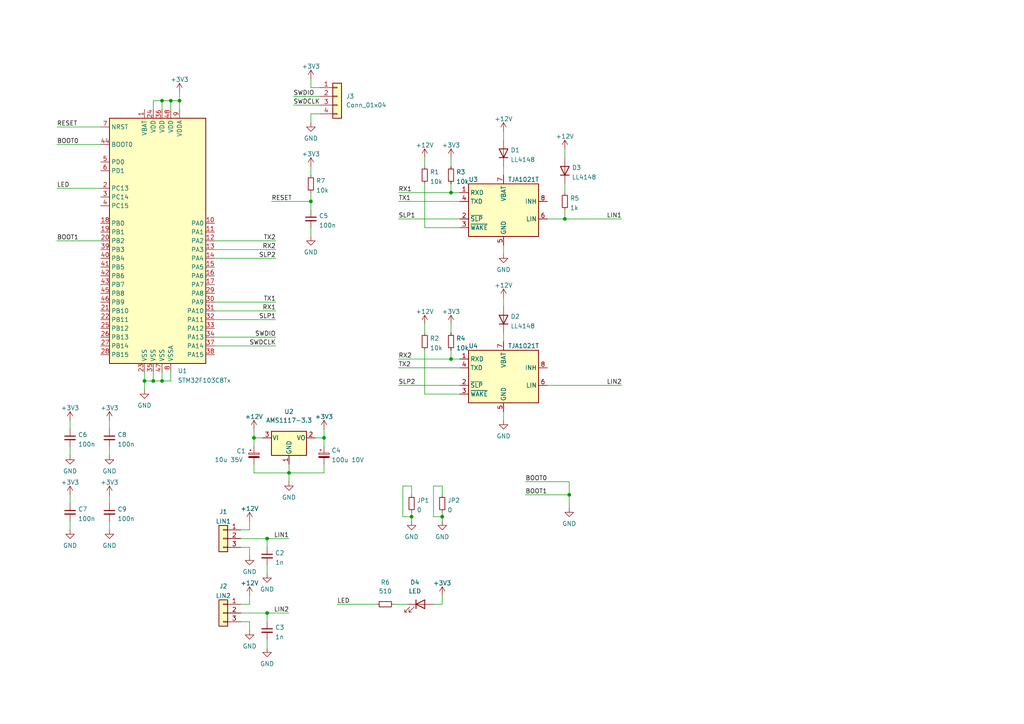
<source format=kicad_sch>
(kicad_sch (version 20211123) (generator eeschema)
  (paper "A4")
  (lib_symbols
    (symbol "Connector_Generic:Conn_01x03" (pin_names (offset 1.016) hide)
      (property "Reference" "J" (at 0 5.08 0))
      (property "Value" "Conn_01x03" (at 0 -5.08 0))
      (symbol "Conn_01x03_1_1"
        (rectangle (start -1.27 -2.413) (end 0 -2.667) (stroke (width 0.1524)))
        (rectangle (start -1.27 0.127) (end 0 -0.127) (stroke (width 0.1524)))
        (rectangle (start -1.27 2.667) (end 0 2.413) (stroke (width 0.1524)))
        (rectangle (start -1.27 3.81) (end 1.27 -3.81) (stroke (width 0.254)) (fill (type background)))
        (pin passive line (at -5.08 2.54 0) (length 3.81) (name "Pin_1") (number "1"))
        (pin passive line (at -5.08 0 0) (length 3.81) (name "Pin_2") (number "2"))
        (pin passive line (at -5.08 -2.54 0) (length 3.81) (name "Pin_3") (number "3"))
      )
    )
    (symbol "Connector_Generic:Conn_01x04" (pin_names (offset 1.016) hide)
      (property "Reference" "J" (at 0 5.08 0))
      (property "Value" "Conn_01x04" (at 0 -7.62 0))
      (symbol "Conn_01x04_1_1"
        (rectangle (start -1.27 -4.953) (end 0 -5.207) (stroke (width 0.1524)))
        (rectangle (start -1.27 -2.413) (end 0 -2.667) (stroke (width 0.1524)))
        (rectangle (start -1.27 0.127) (end 0 -0.127) (stroke (width 0.1524)))
        (rectangle (start -1.27 2.667) (end 0 2.413) (stroke (width 0.1524)))
        (rectangle (start -1.27 3.81) (end 1.27 -6.35) (stroke (width 0.254)) (fill (type background)))
        (pin passive line (at -5.08 2.54 0) (length 3.81) (name "Pin_1") (number "1"))
        (pin passive line (at -5.08 0 0) (length 3.81) (name "Pin_2") (number "2"))
        (pin passive line (at -5.08 -2.54 0) (length 3.81) (name "Pin_3") (number "3"))
        (pin passive line (at -5.08 -5.08 0) (length 3.81) (name "Pin_4") (number "4"))
      )
    )
    (symbol "Device:C_Polarized_Small" (pin_numbers hide) (pin_names (offset 0.254) hide)
      (property "Reference" "C" (at 0.254 1.778 0))
      (property "Value" "C_Polarized_Small" (at 0.254 -2.032 0))
      (symbol "C_Polarized_Small_0_1"
        (rectangle (start -1.524 -0.3048) (end 1.524 -0.6858) (fill (type outline)))
        (rectangle (start -1.524 0.6858) (end 1.524 0.3048))
        (polyline (pts (xy -1.27 1.524) (xy -0.762 1.524)))
        (polyline (pts (xy -1.016 1.27) (xy -1.016 1.778)))
      )
      (symbol "C_Polarized_Small_1_1"
        (pin passive line (at 0 2.54 270) (length 1.8542) (name "~") (number "1"))
        (pin passive line (at 0 -2.54 90) (length 1.8542) (name "~") (number "2"))
      )
    )
    (symbol "Device:C_Small" (pin_numbers hide) (pin_names (offset 0.254) hide)
      (property "Reference" "C" (at 0.254 1.778 0))
      (property "Value" "C_Small" (at 0.254 -2.032 0))
      (symbol "C_Small_0_1"
        (polyline (pts (xy -1.524 -0.508) (xy 1.524 -0.508)) (stroke (width 0.3302)))
        (polyline (pts (xy -1.524 0.508) (xy 1.524 0.508)) (stroke (width 0.3048)))
      )
      (symbol "C_Small_1_1"
        (pin passive line (at 0 2.54 270) (length 2.032) (name "~") (number "1"))
        (pin passive line (at 0 -2.54 90) (length 2.032) (name "~") (number "2"))
      )
    )
    (symbol "Device:LED" (pin_numbers hide) (pin_names (offset 1.016) hide)
      (property "Reference" "D" (at 0 2.54 0))
      (property "Value" "LED" (at 0 -2.54 0))
      (symbol "LED_0_1"
        (polyline (pts (xy -1.27 -1.27) (xy -1.27 1.27)) (stroke (width 0.254)))
        (polyline (pts (xy -1.27 0) (xy 1.27 0)))
        (polyline (pts (xy 1.27 -1.27) (xy 1.27 1.27) (xy -1.27 0) (xy 1.27 -1.27)) (stroke (width 0.254)))
        (polyline (pts (xy -3.048 -0.762) (xy -4.572 -2.286) (xy -3.81 -2.286) (xy -4.572 -2.286) (xy -4.572 -1.524)))
        (polyline (pts (xy -1.778 -0.762) (xy -3.302 -2.286) (xy -2.54 -2.286) (xy -3.302 -2.286) (xy -3.302 -1.524)))
      )
      (symbol "LED_1_1"
        (pin passive line (at -3.81 0 0) (length 2.54) (name "K") (number "1"))
        (pin passive line (at 3.81 0 180) (length 2.54) (name "A") (number "2"))
      )
    )
    (symbol "Device:R_Small" (pin_numbers hide) (pin_names (offset 0.254) hide)
      (property "Reference" "R" (at 0.762 0.508 0))
      (property "Value" "R_Small" (at 0.762 -1.016 0))
      (symbol "R_Small_0_1"
        (rectangle (start -0.762 1.778) (end 0.762 -1.778) (stroke (width 0.2032)))
      )
      (symbol "R_Small_1_1"
        (pin passive line (at 0 2.54 270) (length 0.762) (name "~") (number "1"))
        (pin passive line (at 0 -2.54 90) (length 0.762) (name "~") (number "2"))
      )
    )
    (symbol "Diode:1N4004" (pin_numbers hide) (pin_names (offset 1.016) hide)
      (property "Reference" "D" (at 0 2.54 0))
      (property "Value" "1N4004" (at 0 -2.54 0))
      (symbol "1N4004_0_1"
        (polyline (pts (xy -1.27 1.27) (xy -1.27 -1.27)) (stroke (width 0.254)))
        (polyline (pts (xy 1.27 0) (xy -1.27 0)))
        (polyline (pts (xy 1.27 1.27) (xy 1.27 -1.27) (xy -1.27 0) (xy 1.27 1.27)) (stroke (width 0.254)))
      )
      (symbol "1N4004_1_1"
        (pin passive line (at -3.81 0 0) (length 2.54) (name "K") (number "1"))
        (pin passive line (at 3.81 0 180) (length 2.54) (name "A") (number "2"))
      )
    )
    (symbol "Interface_CAN_LIN:TJA1021T"
      (property "Reference" "U" (at -10.16 8.89 0))
      (property "Value" "TJA1021T" (at 1.27 8.89 0))
      (symbol "TJA1021T_0_1"
        (rectangle (start -10.16 7.62) (end 10.16 -7.62) (stroke (width 0.254)) (fill (type background)))
      )
      (symbol "TJA1021T_1_1"
        (pin open_collector line (at -12.7 5.08 0) (length 2.54) (name "RXD") (number "1"))
        (pin input line (at -12.7 -2.54 0) (length 2.54) (name "~{SLP}") (number "2"))
        (pin input line (at -12.7 -5.08 0) (length 2.54) (name "~{WAKE}") (number "3"))
        (pin input line (at -12.7 2.54 0) (length 2.54) (name "TXD") (number "4"))
        (pin power_in line (at 0 -10.16 90) (length 2.54) (name "GND") (number "5"))
        (pin bidirectional line (at 12.7 -2.54 180) (length 2.54) (name "LIN") (number "6"))
        (pin power_in line (at 0 10.16 270) (length 2.54) (name "VBAT") (number "7"))
        (pin output line (at 12.7 2.54 180) (length 2.54) (name "INH") (number "8"))
      )
    )
    (symbol "MCU_ST_STM32F1:STM32F103C8Tx"
      (property "Reference" "U" (at -15.24 36.83 0))
      (property "Value" "STM32F103C8Tx" (at 7.62 36.83 0))
      (symbol "STM32F103C8Tx_0_1"
        (rectangle (start -15.24 -35.56) (end 12.7 35.56) (stroke (width 0.254)) (fill (type background)))
      )
      (symbol "STM32F103C8Tx_1_1"
        (pin power_in line (at -5.08 38.1 270) (length 2.54) (name "VBAT") (number "1"))
        (pin bidirectional line (at 15.24 5.08 180) (length 2.54) (name "PA0") (number "10"))
        (pin bidirectional line (at 15.24 2.54 180) (length 2.54) (name "PA1") (number "11"))
        (pin bidirectional line (at 15.24 0 180) (length 2.54) (name "PA2") (number "12"))
        (pin bidirectional line (at 15.24 -2.54 180) (length 2.54) (name "PA3") (number "13"))
        (pin bidirectional line (at 15.24 -5.08 180) (length 2.54) (name "PA4") (number "14"))
        (pin bidirectional line (at 15.24 -7.62 180) (length 2.54) (name "PA5") (number "15"))
        (pin bidirectional line (at 15.24 -10.16 180) (length 2.54) (name "PA6") (number "16"))
        (pin bidirectional line (at 15.24 -12.7 180) (length 2.54) (name "PA7") (number "17"))
        (pin bidirectional line (at -17.78 5.08 0) (length 2.54) (name "PB0") (number "18"))
        (pin bidirectional line (at -17.78 2.54 0) (length 2.54) (name "PB1") (number "19"))
        (pin bidirectional line (at -17.78 15.24 0) (length 2.54) (name "PC13") (number "2"))
        (pin bidirectional line (at -17.78 0 0) (length 2.54) (name "PB2") (number "20"))
        (pin bidirectional line (at -17.78 -20.32 0) (length 2.54) (name "PB10") (number "21"))
        (pin bidirectional line (at -17.78 -22.86 0) (length 2.54) (name "PB11") (number "22"))
        (pin power_in line (at -5.08 -38.1 90) (length 2.54) (name "VSS") (number "23"))
        (pin power_in line (at -2.54 38.1 270) (length 2.54) (name "VDD") (number "24"))
        (pin bidirectional line (at -17.78 -25.4 0) (length 2.54) (name "PB12") (number "25"))
        (pin bidirectional line (at -17.78 -27.94 0) (length 2.54) (name "PB13") (number "26"))
        (pin bidirectional line (at -17.78 -30.48 0) (length 2.54) (name "PB14") (number "27"))
        (pin bidirectional line (at -17.78 -33.02 0) (length 2.54) (name "PB15") (number "28"))
        (pin bidirectional line (at 15.24 -15.24 180) (length 2.54) (name "PA8") (number "29"))
        (pin bidirectional line (at -17.78 12.7 0) (length 2.54) (name "PC14") (number "3"))
        (pin bidirectional line (at 15.24 -17.78 180) (length 2.54) (name "PA9") (number "30"))
        (pin bidirectional line (at 15.24 -20.32 180) (length 2.54) (name "PA10") (number "31"))
        (pin bidirectional line (at 15.24 -22.86 180) (length 2.54) (name "PA11") (number "32"))
        (pin bidirectional line (at 15.24 -25.4 180) (length 2.54) (name "PA12") (number "33"))
        (pin bidirectional line (at 15.24 -27.94 180) (length 2.54) (name "PA13") (number "34"))
        (pin power_in line (at -2.54 -38.1 90) (length 2.54) (name "VSS") (number "35"))
        (pin power_in line (at 0 38.1 270) (length 2.54) (name "VDD") (number "36"))
        (pin bidirectional line (at 15.24 -30.48 180) (length 2.54) (name "PA14") (number "37"))
        (pin bidirectional line (at 15.24 -33.02 180) (length 2.54) (name "PA15") (number "38"))
        (pin bidirectional line (at -17.78 -2.54 0) (length 2.54) (name "PB3") (number "39"))
        (pin bidirectional line (at -17.78 10.16 0) (length 2.54) (name "PC15") (number "4"))
        (pin bidirectional line (at -17.78 -5.08 0) (length 2.54) (name "PB4") (number "40"))
        (pin bidirectional line (at -17.78 -7.62 0) (length 2.54) (name "PB5") (number "41"))
        (pin bidirectional line (at -17.78 -10.16 0) (length 2.54) (name "PB6") (number "42"))
        (pin bidirectional line (at -17.78 -12.7 0) (length 2.54) (name "PB7") (number "43"))
        (pin input line (at -17.78 27.94 0) (length 2.54) (name "BOOT0") (number "44"))
        (pin bidirectional line (at -17.78 -15.24 0) (length 2.54) (name "PB8") (number "45"))
        (pin bidirectional line (at -17.78 -17.78 0) (length 2.54) (name "PB9") (number "46"))
        (pin power_in line (at 0 -38.1 90) (length 2.54) (name "VSS") (number "47"))
        (pin power_in line (at 2.54 38.1 270) (length 2.54) (name "VDD") (number "48"))
        (pin input line (at -17.78 22.86 0) (length 2.54) (name "PD0") (number "5"))
        (pin input line (at -17.78 20.32 0) (length 2.54) (name "PD1") (number "6"))
        (pin input line (at -17.78 33.02 0) (length 2.54) (name "NRST") (number "7"))
        (pin power_in line (at 2.54 -38.1 90) (length 2.54) (name "VSSA") (number "8"))
        (pin power_in line (at 5.08 38.1 270) (length 2.54) (name "VDDA") (number "9"))
      )
    )
    (symbol "Regulator_Linear:AMS1117-3.3" (pin_names (offset 0.254))
      (property "Reference" "U" (at -3.81 3.175 0))
      (property "Value" "AMS1117-3.3" (at 0 3.175 0))
      (symbol "AMS1117-3.3_0_1"
        (rectangle (start -5.08 -5.08) (end 5.08 1.905) (stroke (width 0.254)) (fill (type background)))
      )
      (symbol "AMS1117-3.3_1_1"
        (pin power_in line (at 0 -7.62 90) (length 2.54) (name "GND") (number "1"))
        (pin power_out line (at 7.62 0 180) (length 2.54) (name "VO") (number "2"))
        (pin power_in line (at -7.62 0 0) (length 2.54) (name "VI") (number "3"))
      )
    )
    (symbol "power:+12V" (power) (pin_names (offset 0))
      (property "Value" "+12V" (at 0 3.556 0))
      (symbol "+12V_0_1"
        (polyline (pts (xy -0.762 1.27) (xy 0 2.54)))
        (polyline (pts (xy 0 0) (xy 0 2.54)))
        (polyline (pts (xy 0 2.54) (xy 0.762 1.27)))
      )
      (symbol "+12V_1_1"
        (pin power_in line (at 0 0 90) (length 0) hide (name "+12V") (number "1"))
      )
    )
    (symbol "power:+3.3V" (power) (pin_names (offset 0))
      (property "Value" "+3.3V" (at 0 3.556 0))
      (symbol "+3.3V_0_1"
        (polyline (pts (xy -0.762 1.27) (xy 0 2.54)))
        (polyline (pts (xy 0 0) (xy 0 2.54)))
        (polyline (pts (xy 0 2.54) (xy 0.762 1.27)))
      )
      (symbol "+3.3V_1_1"
        (pin power_in line (at 0 0 90) (length 0) hide (name "+3V3") (number "1"))
      )
    )
    (symbol "power:+3V3" (power) (pin_names (offset 0))
      (property "Value" "+3V3" (at 0 3.556 0))
      (symbol "+3V3_0_1"
        (polyline (pts (xy -0.762 1.27) (xy 0 2.54)))
        (polyline (pts (xy 0 0) (xy 0 2.54)))
        (polyline (pts (xy 0 2.54) (xy 0.762 1.27)))
      )
      (symbol "+3V3_1_1"
        (pin power_in line (at 0 0 90) (length 0) hide (name "+3V3") (number "1"))
      )
    )
    (symbol "power:GND" (power) (pin_names (offset 0))
      (property "Value" "GND" (at 0 -3.81 0))
      (symbol "GND_0_1"
        (polyline (pts (xy 0 0) (xy 0 -1.27) (xy 1.27 -1.27) (xy 0 -2.54) (xy -1.27 -1.27) (xy 0 -1.27)))
      )
      (symbol "GND_1_1"
        (pin power_in line (at 0 0 270) (length 0) hide (name "GND") (number "1"))
      )
    )
  )
  (junction (at 90.17 58.42))
  (junction (at 119.38 149.86))
  (junction (at 128.27 149.86))
  (junction (at 165.1 143.51))
  (junction (at 83.82 137.16))
  (junction (at 130.81 104.14))
  (junction (at 93.98 127))
  (junction (at 44.45 110.49))
  (junction (at 130.81 55.88))
  (junction (at 163.83 63.5))
  (junction (at 41.91 110.49))
  (junction (at 49.53 29.21))
  (junction (at 77.47 156.21))
  (junction (at 77.47 177.8))
  (junction (at 52.07 29.21))
  (junction (at 46.99 110.49))
  (junction (at 46.99 29.21))
  (junction (at 73.66 127))
  (wire (pts (xy 119.38 148.59) (xy 119.38 149.86)))
  (wire (pts (xy 62.23 97.79) (xy 80.01 97.79)))
  (wire (pts (xy 130.81 93.98) (xy 130.81 96.52)))
  (wire (pts (xy 146.05 86.36) (xy 146.05 88.9)))
  (wire (pts (xy 133.35 66.04) (xy 123.19 66.04)))
  (wire (pts (xy 46.99 110.49) (xy 44.45 110.49)))
  (wire (pts (xy 115.57 111.76) (xy 133.35 111.76)))
  (wire (pts (xy 73.66 137.16) (xy 83.82 137.16)))
  (wire (pts (xy 163.83 53.34) (xy 163.83 55.88)))
  (wire (pts (xy 130.81 55.88) (xy 130.81 53.34)))
  (wire (pts (xy 92.71 25.4) (xy 90.17 25.4)))
  (wire (pts (xy 46.99 29.21) (xy 49.53 29.21)))
  (wire (pts (xy 90.17 48.26) (xy 90.17 50.8)))
  (wire (pts (xy 77.47 163.83) (xy 77.47 166.37)))
  (wire (pts (xy 163.83 43.18) (xy 163.83 45.72)))
  (wire (pts (xy 115.57 106.68) (xy 133.35 106.68)))
  (wire (pts (xy 128.27 148.59) (xy 128.27 149.86)))
  (wire (pts (xy 83.82 137.16) (xy 93.98 137.16)))
  (wire (pts (xy 116.84 140.97) (xy 116.84 149.86)))
  (wire (pts (xy 20.32 143.51) (xy 20.32 146.05)))
  (wire (pts (xy 73.66 127) (xy 76.2 127)))
  (wire (pts (xy 77.47 156.21) (xy 83.82 156.21)))
  (wire (pts (xy 77.47 177.8) (xy 83.82 177.8)))
  (wire (pts (xy 97.79 175.26) (xy 109.22 175.26)))
  (wire (pts (xy 77.47 185.42) (xy 77.47 187.96)))
  (wire (pts (xy 163.83 63.5) (xy 180.34 63.5)))
  (wire (pts (xy 158.75 63.5) (xy 163.83 63.5)))
  (wire (pts (xy 49.53 29.21) (xy 52.07 29.21)))
  (wire (pts (xy 62.23 100.33) (xy 80.01 100.33)))
  (wire (pts (xy 73.66 124.46) (xy 73.66 127)))
  (wire (pts (xy 125.73 149.86) (xy 128.27 149.86)))
  (wire (pts (xy 62.23 72.39) (xy 80.01 72.39)))
  (wire (pts (xy 49.53 29.21) (xy 49.53 31.75)))
  (wire (pts (xy 44.45 110.49) (xy 41.91 110.49)))
  (wire (pts (xy 69.85 153.67) (xy 72.39 153.67)))
  (wire (pts (xy 44.45 107.95) (xy 44.45 110.49)))
  (wire (pts (xy 116.84 149.86) (xy 119.38 149.86)))
  (wire (pts (xy 90.17 33.02) (xy 90.17 35.56)))
  (wire (pts (xy 44.45 31.75) (xy 44.45 29.21)))
  (wire (pts (xy 69.85 175.26) (xy 72.39 175.26)))
  (wire (pts (xy 128.27 149.86) (xy 128.27 151.13)))
  (wire (pts (xy 16.51 41.91) (xy 29.21 41.91)))
  (wire (pts (xy 92.71 33.02) (xy 90.17 33.02)))
  (wire (pts (xy 49.53 110.49) (xy 46.99 110.49)))
  (wire (pts (xy 128.27 175.26) (xy 128.27 172.72)))
  (wire (pts (xy 115.57 63.5) (xy 133.35 63.5)))
  (wire (pts (xy 123.19 114.3) (xy 123.19 101.6)))
  (wire (pts (xy 85.09 27.94) (xy 92.71 27.94)))
  (wire (pts (xy 93.98 134.62) (xy 93.98 137.16)))
  (wire (pts (xy 165.1 143.51) (xy 165.1 147.32)))
  (wire (pts (xy 62.23 87.63) (xy 80.01 87.63)))
  (wire (pts (xy 16.51 36.83) (xy 29.21 36.83)))
  (wire (pts (xy 146.05 96.52) (xy 146.05 99.06)))
  (wire (pts (xy 158.75 111.76) (xy 180.34 111.76)))
  (wire (pts (xy 72.39 153.67) (xy 72.39 151.13)))
  (wire (pts (xy 90.17 58.42) (xy 90.17 60.96)))
  (wire (pts (xy 62.23 69.85) (xy 80.01 69.85)))
  (wire (pts (xy 77.47 177.8) (xy 77.47 180.34)))
  (wire (pts (xy 62.23 90.17) (xy 80.01 90.17)))
  (wire (pts (xy 115.57 104.14) (xy 130.81 104.14)))
  (wire (pts (xy 165.1 139.7) (xy 165.1 143.51)))
  (wire (pts (xy 69.85 158.75) (xy 72.39 158.75)))
  (wire (pts (xy 83.82 134.62) (xy 83.82 137.16)))
  (wire (pts (xy 163.83 60.96) (xy 163.83 63.5)))
  (wire (pts (xy 90.17 66.04) (xy 90.17 68.58)))
  (wire (pts (xy 93.98 127) (xy 93.98 124.46)))
  (wire (pts (xy 146.05 38.1) (xy 146.05 40.64)))
  (wire (pts (xy 90.17 55.88) (xy 90.17 58.42)))
  (wire (pts (xy 128.27 143.51) (xy 128.27 140.97)))
  (wire (pts (xy 133.35 55.88) (xy 130.81 55.88)))
  (wire (pts (xy 152.4 143.51) (xy 165.1 143.51)))
  (wire (pts (xy 133.35 104.14) (xy 130.81 104.14)))
  (wire (pts (xy 78.74 58.42) (xy 90.17 58.42)))
  (wire (pts (xy 133.35 114.3) (xy 123.19 114.3)))
  (wire (pts (xy 73.66 134.62) (xy 73.66 137.16)))
  (wire (pts (xy 52.07 29.21) (xy 52.07 31.75)))
  (wire (pts (xy 41.91 110.49) (xy 41.91 113.03)))
  (wire (pts (xy 119.38 149.86) (xy 119.38 151.13)))
  (wire (pts (xy 93.98 127) (xy 93.98 129.54)))
  (wire (pts (xy 20.32 151.13) (xy 20.32 153.67)))
  (wire (pts (xy 130.81 45.72) (xy 130.81 48.26)))
  (wire (pts (xy 123.19 66.04) (xy 123.19 53.34)))
  (wire (pts (xy 49.53 107.95) (xy 49.53 110.49)))
  (wire (pts (xy 72.39 175.26) (xy 72.39 172.72)))
  (wire (pts (xy 83.82 137.16) (xy 83.82 139.7)))
  (wire (pts (xy 119.38 140.97) (xy 116.84 140.97)))
  (wire (pts (xy 146.05 71.12) (xy 146.05 73.66)))
  (wire (pts (xy 31.75 151.13) (xy 31.75 153.67)))
  (wire (pts (xy 146.05 48.26) (xy 146.05 50.8)))
  (wire (pts (xy 44.45 29.21) (xy 46.99 29.21)))
  (wire (pts (xy 69.85 156.21) (xy 77.47 156.21)))
  (wire (pts (xy 72.39 180.34) (xy 72.39 182.88)))
  (wire (pts (xy 20.32 129.54) (xy 20.32 132.08)))
  (wire (pts (xy 46.99 29.21) (xy 46.99 31.75)))
  (wire (pts (xy 31.75 129.54) (xy 31.75 132.08)))
  (wire (pts (xy 115.57 58.42) (xy 133.35 58.42)))
  (wire (pts (xy 123.19 45.72) (xy 123.19 48.26)))
  (wire (pts (xy 85.09 30.48) (xy 92.71 30.48)))
  (wire (pts (xy 123.19 93.98) (xy 123.19 96.52)))
  (wire (pts (xy 31.75 121.92) (xy 31.75 124.46)))
  (wire (pts (xy 91.44 127) (xy 93.98 127)))
  (wire (pts (xy 16.51 54.61) (xy 29.21 54.61)))
  (wire (pts (xy 20.32 121.92) (xy 20.32 124.46)))
  (wire (pts (xy 152.4 139.7) (xy 165.1 139.7)))
  (wire (pts (xy 62.23 92.71) (xy 80.01 92.71)))
  (wire (pts (xy 130.81 104.14) (xy 130.81 101.6)))
  (wire (pts (xy 41.91 107.95) (xy 41.91 110.49)))
  (wire (pts (xy 62.23 74.93) (xy 80.01 74.93)))
  (wire (pts (xy 146.05 119.38) (xy 146.05 121.92)))
  (wire (pts (xy 128.27 140.97) (xy 125.73 140.97)))
  (wire (pts (xy 69.85 180.34) (xy 72.39 180.34)))
  (wire (pts (xy 119.38 143.51) (xy 119.38 140.97)))
  (wire (pts (xy 31.75 143.51) (xy 31.75 146.05)))
  (wire (pts (xy 69.85 177.8) (xy 77.47 177.8)))
  (wire (pts (xy 115.57 55.88) (xy 130.81 55.88)))
  (wire (pts (xy 73.66 127) (xy 73.66 129.54)))
  (wire (pts (xy 46.99 107.95) (xy 46.99 110.49)))
  (wire (pts (xy 125.73 175.26) (xy 128.27 175.26)))
  (wire (pts (xy 114.3 175.26) (xy 118.11 175.26)))
  (wire (pts (xy 125.73 140.97) (xy 125.73 149.86)))
  (wire (pts (xy 16.51 69.85) (xy 29.21 69.85)))
  (wire (pts (xy 77.47 156.21) (xy 77.47 158.75)))
  (wire (pts (xy 72.39 158.75) (xy 72.39 161.29)))
  (wire (pts (xy 52.07 26.67) (xy 52.07 29.21)))
  (wire (pts (xy 90.17 25.4) (xy 90.17 22.86)))
  (label "SLP2" (at 80.01 74.93 180))
  (label "BOOT1" (at 16.51 69.85 0))
  (label "SWDCLK" (at 85.09 30.48 0))
  (label "TX2" (at 80.01 69.85 180))
  (label "BOOT1" (at 152.4 143.51 0))
  (label "BOOT0" (at 152.4 139.7 0))
  (label "RX2" (at 115.57 104.14 0))
  (label "BOOT0" (at 16.51 41.91 0))
  (label "LIN1" (at 83.82 156.21 180))
  (label "LED" (at 16.51 54.61 0))
  (label "LIN2" (at 83.82 177.8 180))
  (label "SWDIO" (at 80.01 97.79 180))
  (label "TX1" (at 115.57 58.42 0))
  (label "LIN1" (at 180.34 63.5 180))
  (label "RX1" (at 80.01 90.17 180))
  (label "SWDIO" (at 85.09 27.94 0))
  (label "TX2" (at 115.57 106.68 0))
  (label "LIN2" (at 180.34 111.76 180))
  (label "SLP1" (at 80.01 92.71 180))
  (label "SLP1" (at 115.57 63.5 0))
  (label "RESET" (at 16.51 36.83 0))
  (label "TX1" (at 80.01 87.63 180))
  (label "RX2" (at 80.01 72.39 180))
  (label "RX1" (at 115.57 55.88 0))
  (label "LED" (at 97.79 175.26 0))
  (label "RESET" (at 78.74 58.42 0))
  (label "SWDCLK" (at 80.01 100.33 180))
  (label "SLP2" (at 115.57 111.76 0))
  (symbol (lib_id "Device:R_Small") (at 163.83 58.42 0) (unit 1)
    (property "Reference" "R5" (at 165.3286 57.5115 0) (effects (justify left)))
    (property "Value" "1k" (at 165.3286 60.2866 0) (effects (justify left)))
    (property "Footprint" "Resistor_SMD:R_0805_2012Metric_Pad1.20x1.40mm_HandSolder" (effects hide))
  )
  (symbol (lib_id "Device:C_Small") (at 31.75 148.59 0) (unit 1)
    (property "Reference" "C9" (at 34.0741 147.6878 0) (effects (justify left)))
    (property "Value" "100n" (at 34.0741 150.4629 0) (effects (justify left)))
    (property "Footprint" "Capacitor_SMD:C_0805_2012Metric_Pad1.18x1.45mm_HandSolder" (effects hide))
  )
  (symbol (lib_id "power:GND") (at 77.47 166.37 0) (unit 1)
    (property "Reference" "#PWR08" (effects hide))
    (property "Value" "GND" (at 77.47 170.9325 0))
  )
  (symbol (lib_id "Connector_Generic:Conn_01x04") (at 97.79 27.94 0) (unit 1)
    (property "Reference" "J3" (at 100.33 27.9399 0) (effects (justify left)))
    (property "Value" "Conn_01x04" (at 100.33 30.4799 0) (effects (justify left)))
    (property "Footprint" "STM32_modules:JTAG_SMD_CONNECTOR" (effects hide))
  )
  (symbol (lib_id "power:GND") (at 90.17 68.58 0) (unit 1)
    (property "Reference" "#PWR025" (effects hide))
    (property "Value" "GND" (at 90.17 73.1425 0))
  )
  (symbol (lib_id "power:GND") (at 83.82 139.7 0) (unit 1)
    (property "Reference" "#PWR010" (effects hide))
    (property "Value" "GND" (at 83.82 144.2625 0))
  )
  (symbol (lib_id "Device:C_Small") (at 20.32 148.59 0) (unit 1)
    (property "Reference" "C7" (at 22.6441 147.6878 0) (effects (justify left)))
    (property "Value" "100n" (at 22.6441 150.4629 0) (effects (justify left)))
    (property "Footprint" "Capacitor_SMD:C_0805_2012Metric_Pad1.18x1.45mm_HandSolder" (effects hide))
  )
  (symbol (lib_id "power:+12V") (at 72.39 172.72 0) (unit 1)
    (property "Reference" "#PWR05" (effects hide))
    (property "Value" "+12V" (at 72.39 169.1155 0))
  )
  (symbol (lib_id "Device:R_Small") (at 130.81 99.06 0) (unit 1)
    (property "Reference" "R4" (at 132.3086 98.1515 0) (effects (justify left)))
    (property "Value" "10k" (at 132.3086 100.9266 0) (effects (justify left)))
    (property "Footprint" "Resistor_SMD:R_0805_2012Metric_Pad1.20x1.40mm_HandSolder" (effects hide))
  )
  (symbol (lib_id "power:+12V") (at 123.19 93.98 0) (unit 1)
    (property "Reference" "#PWR015" (effects hide))
    (property "Value" "+12V" (at 123.19 90.3755 0))
  )
  (symbol (lib_id "power:+12V") (at 163.83 43.18 0) (unit 1)
    (property "Reference" "#PWR022" (effects hide))
    (property "Value" "+12V" (at 163.83 39.5755 0))
  )
  (symbol (lib_id "Connector_Generic:Conn_01x03") (at 64.77 156.21 0) (mirror y) (unit 1)
    (property "Reference" "J1" (at 64.77 148.4335 0))
    (property "Value" "LIN1" (at 64.77 151.2086 0))
    (property "Footprint" "Connector_PinHeader_2.54mm:PinHeader_1x03_P2.54mm_Vertical" (effects hide))
  )
  (symbol (lib_id "Device:R_Small") (at 128.27 146.05 0) (unit 1)
    (property "Reference" "JP2" (at 129.7686 145.1415 0) (effects (justify left)))
    (property "Value" "0" (at 129.7686 147.9166 0) (effects (justify left)))
    (property "Footprint" "Resistor_SMD:R_1206_3216Metric_Pad1.30x1.75mm_HandSolder" (effects hide))
  )
  (symbol (lib_id "power:+12V") (at 73.66 124.46 0) (unit 1)
    (property "Reference" "#PWR07" (effects hide))
    (property "Value" "+12V" (at 73.66 120.8555 0))
  )
  (symbol (lib_id "power:+3.3V") (at 90.17 48.26 0) (unit 1)
    (property "Reference" "#PWR024" (effects hide))
    (property "Value" "+3.3V" (at 90.17 44.6555 0))
  )
  (symbol (lib_id "power:GND") (at 41.91 113.03 0) (unit 1)
    (property "Reference" "#PWR01" (effects hide))
    (property "Value" "GND" (at 41.91 117.5925 0))
  )
  (symbol (lib_id "power:+12V") (at 146.05 86.36 0) (unit 1)
    (property "Reference" "#PWR020" (effects hide))
    (property "Value" "+12V" (at 146.05 82.7555 0))
  )
  (symbol (lib_id "Device:R_Small") (at 111.76 175.26 90) (unit 1)
    (property "Reference" "R6" (at 111.76 168.91 90))
    (property "Value" "510" (at 111.76 171.45 90))
    (property "Footprint" "Resistor_SMD:R_0805_2012Metric_Pad1.20x1.40mm_HandSolder" (effects hide))
  )
  (symbol (lib_id "Device:R_Small") (at 119.38 146.05 0) (unit 1)
    (property "Reference" "JP1" (at 120.8786 145.1415 0) (effects (justify left)))
    (property "Value" "0" (at 120.8786 147.9166 0) (effects (justify left)))
    (property "Footprint" "Resistor_SMD:R_1206_3216Metric_Pad1.30x1.75mm_HandSolder" (effects hide))
  )
  (symbol (lib_id "power:GND") (at 90.17 35.56 0) (unit 1)
    (property "Reference" "#PWR012" (effects hide))
    (property "Value" "GND" (at 90.17 40.1225 0))
  )
  (symbol (lib_id "power:+3.3V") (at 20.32 121.92 0) (unit 1)
    (property "Reference" "#PWR013" (effects hide))
    (property "Value" "+3.3V" (at 20.32 118.3155 0))
  )
  (symbol (lib_id "Diode:1N4004") (at 146.05 92.71 90) (unit 1)
    (property "Reference" "D2" (at 148.082 91.8015 90) (effects (justify right)))
    (property "Value" "LL4148" (at 148.082 94.5766 90) (effects (justify right)))
    (property "Footprint" "Diode_SMD:D_MiniMELF" (effects hide))
    (property "Datasheet" "http://www.vishay.com/docs/88503/1n4001.pdf" (effects hide))
  )
  (symbol (lib_id "Device:C_Small") (at 90.17 63.5 0) (unit 1)
    (property "Reference" "C5" (at 92.4941 62.5978 0) (effects (justify left)))
    (property "Value" "100n" (at 92.4941 65.3729 0) (effects (justify left)))
    (property "Footprint" "Capacitor_SMD:C_0805_2012Metric_Pad1.18x1.45mm_HandSolder" (effects hide))
  )
  (symbol (lib_id "Regulator_Linear:AMS1117-3.3") (at 83.82 127 0) (unit 1)
    (property "Reference" "U2" (at 83.82 119.38 0))
    (property "Value" "AMS1117-3.3" (at 83.82 121.92 0))
    (property "Footprint" "Package_TO_SOT_SMD:SOT-223-3_TabPin2" (effects hide))
    (property "Datasheet" "http://www.advanced-monolithic.com/pdf/ds1117.pdf" (effects hide))
  )
  (symbol (lib_id "power:+3.3V") (at 31.75 143.51 0) (unit 1)
    (property "Reference" "#PWR030" (effects hide))
    (property "Value" "+3.3V" (at 31.75 139.9055 0))
  )
  (symbol (lib_id "power:+3.3V") (at 128.27 172.72 0) (unit 1)
    (property "Reference" "#PWR035" (effects hide))
    (property "Value" "+3.3V" (at 128.27 169.1155 0))
  )
  (symbol (lib_id "Device:C_Small") (at 77.47 161.29 0) (unit 1)
    (property "Reference" "C2" (at 79.7941 160.3878 0) (effects (justify left)))
    (property "Value" "1n" (at 79.7941 163.1629 0) (effects (justify left)))
    (property "Footprint" "Capacitor_SMD:C_0805_2012Metric_Pad1.18x1.45mm_HandSolder" (effects hide))
  )
  (symbol (lib_id "Device:R_Small") (at 123.19 99.06 0) (unit 1)
    (property "Reference" "R2" (at 124.6886 98.1515 0) (effects (justify left)))
    (property "Value" "10k" (at 124.6886 100.9266 0) (effects (justify left)))
    (property "Footprint" "Resistor_SMD:R_0805_2012Metric_Pad1.20x1.40mm_HandSolder" (effects hide))
  )
  (symbol (lib_id "Device:R_Small") (at 90.17 53.34 0) (unit 1)
    (property "Reference" "R7" (at 91.6686 52.4315 0) (effects (justify left)))
    (property "Value" "10k" (at 91.6686 55.2066 0) (effects (justify left)))
    (property "Footprint" "Resistor_SMD:R_0805_2012Metric_Pad1.20x1.40mm_HandSolder" (effects hide))
  )
  (symbol (lib_id "power:GND") (at 31.75 153.67 0) (unit 1)
    (property "Reference" "#PWR031" (effects hide))
    (property "Value" "GND" (at 31.75 158.2325 0))
  )
  (symbol (lib_id "power:+3.3V") (at 31.75 121.92 0) (unit 1)
    (property "Reference" "#PWR028" (effects hide))
    (property "Value" "+3.3V" (at 31.75 118.3155 0))
  )
  (symbol (lib_id "Device:C_Polarized_Small") (at 93.98 132.08 0) (unit 1)
    (property "Reference" "C4" (at 96.139 130.6254 0) (effects (justify left)))
    (property "Value" "100u 10V" (at 96.139 133.4005 0) (effects (justify left)))
    (property "Footprint" "Capacitor_Tantalum_SMD:CP_EIA-7343-31_Kemet-D_Pad2.25x2.55mm_HandSolder" (effects hide))
  )
  (symbol (lib_id "power:+3V3") (at 93.98 124.46 0) (unit 1)
    (property "Reference" "#PWR0101" (effects hide))
    (property "Value" "+3V3" (at 93.98 120.8555 0))
  )
  (symbol (lib_id "Device:C_Polarized_Small") (at 73.66 132.08 0) (unit 1)
    (property "Reference" "C1" (at 68.58 130.81 0) (effects (justify left)))
    (property "Value" "10u 35V" (at 62.23 133.35 0) (effects (justify left)))
    (property "Footprint" "Capacitor_Tantalum_SMD:CP_EIA-7343-31_Kemet-D_Pad2.25x2.55mm_HandSolder" (effects hide))
  )
  (symbol (lib_id "MCU_ST_STM32F1:STM32F103C8Tx") (at 46.99 69.85 0) (unit 1)
    (property "Reference" "U1" (at 51.5494 107.5595 0) (effects (justify left)))
    (property "Value" "STM32F103C8Tx" (at 51.5494 110.3346 0) (effects (justify left)))
    (property "Footprint" "Package_QFP:LQFP-48_7x7mm_P0.5mm" (effects hide))
    (property "Datasheet" "http://www.st.com/st-web-ui/static/active/en/resource/technical/document/datasheet/CD00161566.pdf" (effects hide))
  )
  (symbol (lib_id "Device:R_Small") (at 123.19 50.8 0) (unit 1)
    (property "Reference" "R1" (at 124.6886 49.8915 0) (effects (justify left)))
    (property "Value" "10k" (at 124.6886 52.6666 0) (effects (justify left)))
    (property "Footprint" "Resistor_SMD:R_0805_2012Metric_Pad1.20x1.40mm_HandSolder" (effects hide))
  )
  (symbol (lib_id "Device:R_Small") (at 130.81 50.8 0) (unit 1)
    (property "Reference" "R3" (at 132.3086 49.8915 0) (effects (justify left)))
    (property "Value" "10k" (at 132.3086 52.6666 0) (effects (justify left)))
    (property "Footprint" "Resistor_SMD:R_0805_2012Metric_Pad1.20x1.40mm_HandSolder" (effects hide))
  )
  (symbol (lib_id "Interface_CAN_LIN:TJA1021T") (at 146.05 109.22 0) (unit 1)
    (property "Reference" "U4" (at 135.89 100.33 0) (effects (justify left)))
    (property "Value" "TJA1021T" (at 147.32 100.33 0) (effects (justify left)))
    (property "Footprint" "Package_SO:SOIC-8_3.9x4.9mm_P1.27mm" (effects hide))
    (property "Datasheet" "http://www.nxp.com/documents/data_sheet/TJA1021.pdf" (effects hide))
  )
  (symbol (lib_id "Device:C_Small") (at 31.75 127 0) (unit 1)
    (property "Reference" "C8" (at 34.0741 126.0978 0) (effects (justify left)))
    (property "Value" "100n" (at 34.0741 128.8729 0) (effects (justify left)))
    (property "Footprint" "Capacitor_SMD:C_0805_2012Metric_Pad1.18x1.45mm_HandSolder" (effects hide))
  )
  (symbol (lib_id "Interface_CAN_LIN:TJA1021T") (at 146.05 60.96 0) (unit 1)
    (property "Reference" "U3" (at 135.89 52.07 0) (effects (justify left)))
    (property "Value" "TJA1021T" (at 147.32 52.07 0) (effects (justify left)))
    (property "Footprint" "Package_SO:SOIC-8_3.9x4.9mm_P1.27mm" (effects hide))
    (property "Datasheet" "http://www.nxp.com/documents/data_sheet/TJA1021.pdf" (effects hide))
  )
  (symbol (lib_id "power:+3V3") (at 130.81 45.72 0) (unit 1)
    (property "Reference" "#PWR016" (effects hide))
    (property "Value" "+3V3" (at 130.81 42.1155 0))
  )
  (symbol (lib_id "power:GND") (at 20.32 153.67 0) (unit 1)
    (property "Reference" "#PWR027" (effects hide))
    (property "Value" "GND" (at 20.32 158.2325 0))
  )
  (symbol (lib_id "Diode:1N4004") (at 146.05 44.45 90) (unit 1)
    (property "Reference" "D1" (at 148.082 43.5415 90) (effects (justify right)))
    (property "Value" "LL4148" (at 148.082 46.3166 90) (effects (justify right)))
    (property "Footprint" "Diode_SMD:D_MiniMELF" (effects hide))
    (property "Datasheet" "http://www.vishay.com/docs/88503/1n4001.pdf" (effects hide))
  )
  (symbol (lib_id "power:+3.3V") (at 90.17 22.86 0) (unit 1)
    (property "Reference" "#PWR011" (effects hide))
    (property "Value" "+3.3V" (at 90.17 19.2555 0))
  )
  (symbol (lib_id "Connector_Generic:Conn_01x03") (at 64.77 177.8 0) (mirror y) (unit 1)
    (property "Reference" "J2" (at 64.77 170.0235 0))
    (property "Value" "LIN2" (at 64.77 172.7986 0))
    (property "Footprint" "Connector_PinHeader_2.54mm:PinHeader_1x03_P2.54mm_Vertical" (effects hide))
  )
  (symbol (lib_id "power:GND") (at 20.32 132.08 0) (unit 1)
    (property "Reference" "#PWR023" (effects hide))
    (property "Value" "GND" (at 20.32 136.6425 0))
  )
  (symbol (lib_id "power:GND") (at 31.75 132.08 0) (unit 1)
    (property "Reference" "#PWR029" (effects hide))
    (property "Value" "GND" (at 31.75 136.6425 0))
  )
  (symbol (lib_id "Diode:1N4004") (at 163.83 49.53 90) (unit 1)
    (property "Reference" "D3" (at 165.862 48.6215 90) (effects (justify right)))
    (property "Value" "LL4148" (at 165.862 51.3966 90) (effects (justify right)))
    (property "Footprint" "Diode_SMD:D_MiniMELF" (effects hide))
    (property "Datasheet" "http://www.vishay.com/docs/88503/1n4001.pdf" (effects hide))
  )
  (symbol (lib_id "power:+3.3V") (at 52.07 26.67 0) (unit 1)
    (property "Reference" "#PWR02" (effects hide))
    (property "Value" "+3.3V" (at 52.07 23.0655 0))
  )
  (symbol (lib_id "power:+3V3") (at 130.81 93.98 0) (unit 1)
    (property "Reference" "#PWR017" (effects hide))
    (property "Value" "+3V3" (at 130.81 90.3755 0))
  )
  (symbol (lib_id "Device:C_Small") (at 77.47 182.88 0) (unit 1)
    (property "Reference" "C3" (at 79.7941 181.9778 0) (effects (justify left)))
    (property "Value" "1n" (at 79.7941 184.7529 0) (effects (justify left)))
    (property "Footprint" "Capacitor_SMD:C_0805_2012Metric_Pad1.18x1.45mm_HandSolder" (effects hide))
  )
  (symbol (lib_id "power:GND") (at 165.1 147.32 0) (unit 1)
    (property "Reference" "#PWR034" (effects hide))
    (property "Value" "GND" (at 165.1 151.8825 0))
  )
  (symbol (lib_id "power:GND") (at 77.47 187.96 0) (unit 1)
    (property "Reference" "#PWR09" (effects hide))
    (property "Value" "GND" (at 77.47 192.5225 0))
  )
  (symbol (lib_id "power:GND") (at 119.38 151.13 0) (unit 1)
    (property "Reference" "#PWR032" (effects hide))
    (property "Value" "GND" (at 119.38 155.6925 0))
  )
  (symbol (lib_id "power:+12V") (at 146.05 38.1 0) (unit 1)
    (property "Reference" "#PWR018" (effects hide))
    (property "Value" "+12V" (at 146.05 34.4955 0))
  )
  (symbol (lib_id "power:+3.3V") (at 20.32 143.51 0) (unit 1)
    (property "Reference" "#PWR026" (effects hide))
    (property "Value" "+3.3V" (at 20.32 139.9055 0))
  )
  (symbol (lib_id "power:GND") (at 72.39 161.29 0) (unit 1)
    (property "Reference" "#PWR04" (effects hide))
    (property "Value" "GND" (at 72.39 165.8525 0))
  )
  (symbol (lib_id "power:+12V") (at 123.19 45.72 0) (unit 1)
    (property "Reference" "#PWR014" (effects hide))
    (property "Value" "+12V" (at 123.19 42.1155 0))
  )
  (symbol (lib_id "power:GND") (at 146.05 73.66 0) (unit 1)
    (property "Reference" "#PWR019" (effects hide))
    (property "Value" "GND" (at 146.05 78.2225 0))
  )
  (symbol (lib_id "power:GND") (at 128.27 151.13 0) (unit 1)
    (property "Reference" "#PWR033" (effects hide))
    (property "Value" "GND" (at 128.27 155.6925 0))
  )
  (symbol (lib_id "power:GND") (at 72.39 182.88 0) (unit 1)
    (property "Reference" "#PWR06" (effects hide))
    (property "Value" "GND" (at 72.39 187.4425 0))
  )
  (symbol (lib_id "Device:LED") (at 121.92 175.26 0) (unit 1)
    (property "Reference" "D4" (at 120.3325 168.91 0))
    (property "Value" "LED" (at 120.3325 171.45 0))
    (property "Footprint" "LED_SMD:LED_1206_3216Metric_Pad1.42x1.75mm_HandSolder" (effects hide))
  )
  (symbol (lib_id "power:GND") (at 146.05 121.92 0) (unit 1)
    (property "Reference" "#PWR021" (effects hide))
    (property "Value" "GND" (at 146.05 126.4825 0))
  )
  (symbol (lib_id "Device:C_Small") (at 20.32 127 0) (unit 1)
    (property "Reference" "C6" (at 22.6441 126.0978 0) (effects (justify left)))
    (property "Value" "100n" (at 22.6441 128.8729 0) (effects (justify left)))
    (property "Footprint" "Capacitor_SMD:C_0805_2012Metric_Pad1.18x1.45mm_HandSolder" (effects hide))
  )
  (symbol (lib_id "power:+12V") (at 72.39 151.13 0) (unit 1)
    (property "Reference" "#PWR03" (effects hide))
    (property "Value" "+12V" (at 72.39 147.5255 0))
  )
)
</source>
